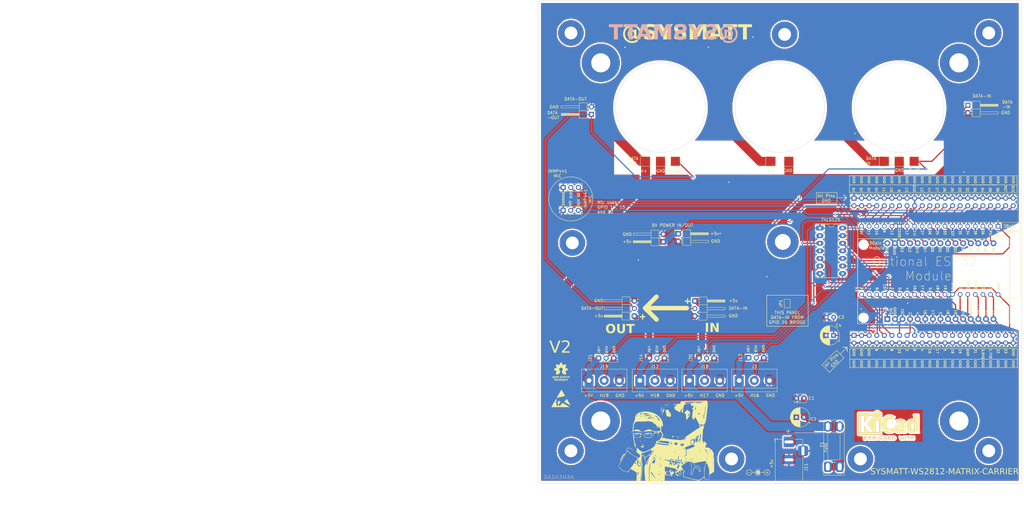
<source format=kicad_pcb>
(kicad_pcb (version 20221018) (generator pcbnew)
  (layers (0 "F.Cu" signal) (31 "B.Cu" signal) (34 "B.Paste" user) (35 "F.Paste" user) (36 "B.SilkS" user "B.Silkscreen") (37 "F.SilkS" user "F.Silkscreen") (38 "B.Mask" user) (39 "F.Mask" user) (44 "Edge.Cuts" user))
  (net 0 "")
  (net 1 "GND")
  (net 2 "/D-OUT")
  (net 3 "/D-IN")
  (net 4 "/V+")
  (net 5 "/3V3")
  (net 6 "/INMP441-SCK")
  (net 7 "/INMP441-WS")
  (net 8 "/INMP441-SD")
  (net 9 "/V+PREFUSE")
  (net 10 "/H_GPIO16")
  (net 11 "/CMD")
  (net 12 "/SD3")
  (net 13 "/SD2")
  (net 14 "/GPIO13")
  (net 15 "/GPIO12")
  (net 16 "/GPIO27")
  (net 17 "/GPIO26")
  (net 18 "/GPIO25")
  (net 19 "/GPIO33")
  (net 20 "/GPIO35")
  (net 21 "/GPIO34")
  (net 22 "/GPIO39")
  (net 23 "/GPIO36")
  (net 24 "/RST")
  (net 25 "/H_GPIO18")
  (net 26 "/CLK")
  (net 27 "/SD0")
  (net 28 "/SD1")
  (net 29 "/GPIO2")
  (net 30 "/GPIO0")
  (net 31 "/GPIO4")
  (net 32 "/GPIO16")
  (net 33 "/GPIO17")
  (net 34 "/GPIO5")
  (net 35 "/GPIO18")
  (net 36 "/GPIO19")
  (net 37 "/GPIO21")
  (net 38 "/RXD0")
  (net 39 "/TXD0")
  (net 40 "/GPIO22")
  (net 41 "/GPIO23")
  (net 42 "/H_GPIO17")
  (net 43 "/H_GPIO19")
  (footprint "Capacitor_THT:C_Disc_D3.8mm_W2.6mm_P2.50mm" (layer "F.Cu") (at 108.077 152.4 180)
    (fp_text reference "C1")
    (fp_text value "C")
  )
  (footprint "MountingHole:MountingHole_6.4mm_M6_Pad" (layer "F.Cu") (at 160 40)
    (fp_text reference "REF**" hide)
    (fp_text value "MountingHole_6.4mm_M6_Pad")
  )
  (footprint "MountingHole:MountingHole_4.3mm_M4_Pad" (layer "F.Cu") (at 101.6 30.48)
    (fp_text reference "REF**" hide)
    (fp_text value "MountingHole_4.3mm_M4_Pad")
  )
  (footprint "Symbol:Symbol_Barrel_Polarity" (layer "F.Cu") (at 92.71 177.165)
    (fp_text reference "REF**" hide)
    (fp_text value "Symbol_Barrel_Polarity")
  )
  (footprint "TestPoint:TestPoint_Pad_3.0x3.0mm" (layer "F.Cu") (at 55 73)
    (fp_text reference "TP1" hide)
    (fp_text value "V+")
  )
  (footprint "Symbol:OSHW-Logo_5.7x6mm_SilkScreen" (layer "F.Cu") (at 26.67 143.51)
    (fp_text reference "REF**" hide)
    (fp_text value "OSHW-Logo_5.7x6mm_SilkScreen" hide)
  )
  (footprint "Connector_PinHeader_2.54mm:PinHeader_1x02_P2.54mm_Horizontal" (layer "F.Cu") (at 163.011 54.224)
    (fp_text reference "J1" hide)
    (fp_text value "D-IN (NO POWER)")
  )
  (footprint "Connector_PinSocket_2.54mm:PinSocket_2x22_P2.54mm_Vertical" (layer "F.Cu") (at 124.841 85.344 90)
    (fp_text reference "J10" hide)
    (fp_text value "Conn_02x22_Odd_Even")
  )
  (footprint "Connector_PinSocket_2.54mm:PinSocket_1x03_P2.54mm_Vertical" (layer "F.Cu") (at 27.386409 89.433 90)
    (fp_text reference "J16" hide)
    (fp_text value "INMP441-LR-WS-SCK" hide)
  )
  (footprint "Connector_PinSocket_2.54mm:PinSocket_1x03_P2.54mm_Vertical" (layer "F.Cu") (at 89.535 138.811 90)
    (fp_text reference "J13")
    (fp_text value "OUT16")
  )
  (footprint "TestPoint:TestPoint_Pad_3.0x3.0mm" (layer "F.Cu") (at 135 73)
    (fp_text reference "TP6" hide)
    (fp_text value "V+")
  )
  (footprint "Capacitor_THT:CP_Radial_D6.3mm_P2.50mm" (layer "F.Cu") (at 117.983 131.318 180)
    (fp_text reference "C4")
    (fp_text value "C_Polarized" hide)
  )
  (footprint "TerminalBlock:TerminalBlock_bornier-3_P5.08mm" (layer "F.Cu") (at 36.068 146.431)
    (fp_text reference "J19")
    (fp_text value "Screw_Terminal_01x03")
  )
  (footprint "Connector_BarrelJack:BarrelJack_Horizontal" (layer "F.Cu") (at 103.0425 167 90)
    (fp_text reference "J11")
    (fp_text value "V-IN")
  )
  (footprint "Connector_PinSocket_2.54mm:PinSocket_1x03_P2.54mm_Vertical" (layer "F.Cu") (at 27.416409 81.763 90)
    (fp_text reference "J15" hide)
    (fp_text value "INMP441-GND-VDD-SD" hide)
  )
  (footprint "Connector_PinHeader_2.54mm:PinHeader_1x02_P2.54mm_Horizontal" (layer "F.Cu") (at 60.96 99.949 180)
    (fp_text reference "J7" hide)
    (fp_text value "POWER")
  )
  (footprint "TestPoint:TestPoint_Pad_3.0x3.0mm" (layer "F.Cu") (at 103 73)
    (fp_text reference "TP5" hide)
    (fp_text value "GND")
  )
  (footprint "Jumper:SolderJumper-2_P1.3mm_Open_TrianglePad1.0x1.5mm" (layer "F.Cu") (at 102.489 120.65 90)
    (fp_text reference "JP1")
    (fp_text value "Jumper_2_Open")
  )
  (footprint "Connector_PinHeader_2.54mm:PinHeader_1x03_P2.54mm_Horizontal" (layer "F.Cu") (at 51.259 124.839 180)
    (fp_text reference "J9" hide)
    (fp_text value "D-OUT")
  )
  (footprint "Package_DIP:DIP-14_W7.62mm_Socket_LongPads" (layer "F.Cu") (at 113.411 95.377)
    (fp_text reference "U3" hide)
    (fp_text value "74LS125")
  )
  (footprint "Capacitor_THT:CP_Radial_D6.3mm_P2.50mm" (layer "F.Cu") (at 108.037 158.75 180)
    (fp_text reference "C2")
    (fp_text value "C_Polarized" hide)
  )
  (footprint "MountingHole:MountingHole_6.4mm_M6_Pad" (layer "F.Cu") (at 40 40)
    (fp_text reference "REF**" hide)
    (fp_text value "MountingHole_6.4mm_M6_Pad")
  )
  (footprint "MountingHole:MountingHole_4.3mm_M4_Pad" (layer "F.Cu") (at 170 170)
    (fp_text reference "REF**" hide)
    (fp_text value "MountingHole_4.3mm_M4_Pad")
  )
  (footprint "SSYMATT-LIB7:Ebay-Fuse-holder-04mmX15mm-black-auto-fuse-dingus" (layer "F.Cu") (at 116.06 175.335 90)
    (fp_text reference "F1")
    (fp_text value "Fuse")
  )
  (footprint "MountingHole:MountingHole_4.3mm_M4_Pad" (layer "F.Cu") (at 83.82 172.72)
    (fp_text reference "REF**" hide)
    (fp_text value "MountingHole_4.3mm_M4_Pad")
  )
  (footprint "Connector_PinHeader_2.54mm:PinHeader_1x02_P2.54mm_Horizontal" (layer "F.Cu") (at 65.983 97.277)
    (fp_text reference "J5" hide)
    (fp_text value "POWER")
  )
  (footprint "Connector_PinHeader_2.54mm:PinHeader_1x02_P2.54mm_Horizontal" (layer "F.Cu") (at 36.887 57.282 180)
    (fp_text reference "J2" hide)
    (fp_text value "D-OUT (NO POWER)")
  )
  (footprint "TerminalBlock:TerminalBlock_bornier-3_P5.08mm" (layer "F.Cu") (at 86.36 146.431)
    (fp_text reference "J3")
    (fp_text value "Screw_Terminal_01x03")
  )
  (footprint "MountingHole:MountingHole_4.3mm_M4_Pad" (layer "F.Cu") (at 127 172.72)
    (fp_text reference "REF**" hide)
    (fp_text value "MountingHole_4.3mm_M4_Pad")
  )
  (footprint "Connector_PinSocket_2.54mm:PinSocket_1x03_P2.54mm_Vertical" (layer "F.Cu") (at 56.261 138.938 90)
    (fp_text reference "J14")
    (fp_text value "OUT18")
  )
  (footprint "MountingHole:MountingHole_4.3mm_M4_Pad" (layer "F.Cu") (at 170 30)
    (fp_text reference "REF**" hide)
    (fp_text value "MountingHole_4.3mm_M4_Pad")
  )
  (footprint "MountingHole:MountingHole_5.3mm_M5_Pad" (layer "F.Cu") (at 101 100)
    (fp_text reference "REF**" hide)
    (fp_text value "MountingHole_5.3mm_M5_Pad")
  )
  (footprint "TestPoint:TestPoint_Pad_3.0x3.0mm" (layer "F.Cu") (at 65 73)
    (fp_text reference "TP2" hide)
    (fp_text value "D-OUT")
  )
  (footprint "SSYMATT-LIB7:MODULE_ESP32_DEVKIT_V1-no-ant-keepout" (layer "F.Cu") (at 151.531999 113.157 90)
    (fp_text reference "U1" hide)
    (fp_text value "ESP32-DEVKIT-V1")
  )
  (footprint "Symbol:KiCad-Logo2_8mm_Copper" (layer "F.Cu") (at 136.398 160.654999)
    (fp_text reference "REF**" hide)
    (fp_text value "KiCad-Logo2_8mm_Copper" hide)
  )
  (footprint "TerminalBlock:TerminalBlock_bornier-3_P5.08mm" (layer "F.Cu") (at 69.723 146.431)
    (fp_text reference "J18")
    (fp_text value "Screw_Terminal_01x03")
  )
  (footprint "Connector_PinSocket_2.54mm:PinSocket_1x03_P2.54mm_Vertical" (layer "F.Cu") (at 39.243 138.938 90)
    (fp_text reference "J21")
    (fp_text value "OUT19")
  )
  (footprint "MountingHole:MountingHole_6.4mm_M6_Pad" (layer "F.Cu") (at 160 160)
    (fp_text reference "REF**" hide)
    (fp_text value "MountingHole_6.4mm_M6_Pad")
  )
  (footprint "Capacitor_THT:C_Disc_D3.8mm_W2.6mm_P2.50mm" (layer "F.Cu") (at 118.023 125.222 180)
    (fp_text reference "C3")
    (fp_text value "C")
  )
  (footprint "Connector_PinSocket_2.54mm:PinSocket_2x22_P2.54mm_Vertical" (layer "F.Cu") (at 124.841 131.318 90)
    (fp_text reference "J17" hide)
    (fp_text value "Conn_02x22_Odd_Even")
  )
  (footprint "TestPoint:TestPoint_Pad_3.0x3.0mm" (layer "F.Cu") (at 97 73)
    (fp_text reference "TP4" hide)
    (fp_text value "V+")
  )
  (footprint "MountingHole:MountingHole_4.3mm_M4_Pad" (layer "F.Cu") (at 30 170)
    (fp_text reference "REF**" hide)
    (fp_text value "MountingHole_4.3mm_M4_Pad")
  )
  (footprint "Connector_PinSocket_2.54mm:PinSocket_1x03_P2.54mm_Vertical" (layer "F.Cu") (at 72.898 138.938 90)
    (fp_text reference "J20")
    (fp_text value "OUT17")
  )
  (footprint "00-SYSMATT-LIB-IMAGES:sysmatt-dumpster-fire-fsilk" (layer "F.Cu") (at 61.129019 163.745451)
    (fp_text reference "G***" hide)
    (fp_text value "." hide)
  )
  (footprint "Symbol:ESD-Logo_6.6x6mm_SilkScreen" (layer "F.Cu") (at 26.67 152.4)
    (fp_text reference "REF**" hide)
    (fp_text value "ESD-Logo_6.6x6mm_SilkScreen" hide)
  )
  (footprint "TestPoint:TestPoint_Pad_3.0x3.0mm" (layer "F.Cu") (at 60 73)
    (fp_text reference "TP3" hide)
    (fp_text value "GND")
  )
  (footprint "TestPoint:TestPoint_Pad_3.0x3.0mm" (layer "F.Cu") (at 140 73)
    (fp_text reference "TP8" hide)
    (fp_text value "GND")
  )
  (footprint "MountingHole:MountingHole_4.3mm_M4_Pad" (layer "F.Cu") (at 30 30)
    (fp_text reference "REF**" hide)
    (fp_text value "MountingHole_4.3mm_M4_Pad")
  )
  (footprint "lib:MODULE_ESP32-DEVKITC-32D-CORRECTED-WIDTH-NARROW" (layer "F.Cu") (at 153.340999 107.442 -90)
    (fp_text reference "U2" hide)
    (fp_text value "ESP32-DEVKITC-32D")
  )
  (footprint "MountingHole:MountingHole_4.3mm_M4_Pad" (layer "F.Cu") (at 30.48 100.33)
    (fp_text reference "REF**" hide)
    (fp_text value "MountingHole_4.3mm_M4_Pad")
  )
  (footprint "Symbol:KiCad-Logo2_8mm_SilkScreen" (layer "F.Cu") (at 136.398 160.654999)
    (fp_text reference "REF**" hide)
    (fp_text value "KiCad-Logo2_8mm_SilkScreen" hide)
  )
  (footprint "TestPoint:TestPoint_Pad_3.0x3.0mm" (layer "F.Cu") (at 145 73)
    (fp_text reference "TP7" hide)
    (fp_text value "D-IN")
  )
  (footprint "Connector_PinHeader_2.54mm:PinHeader_1x03_P2.54mm_Horizontal" (layer "F.Cu") (at 71.509 119.789)
    (fp_text reference "J8" hide)
    (fp_text value "D-IN")
  )
  (footprint "MountingHole:MountingHole_6.4mm_M6_Pad" (layer "F.Cu") (at 40 160)
    (fp_text reference "REF**" hide)
    (fp_text value "MountingHole_6.4mm_M6_Pad")
  )
  (footprint "TerminalBlock:TerminalBlock_bornier-3_P5.08mm" (layer "F.Cu") (at 53.086 146.431)
    (fp_text reference "J12")
    (fp_text value "Screw_Terminal_01x03")
  )
  (footprint "SSYMATT-LIB7:JLCJLCJLCJLC Silk Order Number Location" (layer "B.Cu") (at 26.035 178.689 180)
    (fp_text reference "REF**" hide)
    (fp_text value "JLCJLCJLCJLC Silk Order Number Location" hide)
  )
  (gr_line (start 121.118159 135.255) (end 122.375395 135.434605) (stroke (width 0.15)) (layer "F.SilkS"))
  (gr_line (start 121.412 86.233) (end 122.174 85.217) (stroke (width 0.15)) (layer "F.SilkS"))
  (gr_line (start 112.268 83.439) (end 119.126 83.439) (stroke (width 0.15)) (layer "F.SilkS"))
  (gr_line (start 119.126 85.217) (end 122.428 85.217) (stroke (width 0.15)) (layer "F.SilkS"))
  (gr_line (start 179.578 142.113) (end 179.578 135.763) (stroke (width 0.15)) (layer "F.SilkS"))
  (gr_line (start 122.555 136.691841) (end 122.375395 135.434605) (stroke (width 0.15)) (layer "F.SilkS"))
  (gr_line (start 123.571 139.319) (end 179.578 139.319) (stroke (width 0.15)) (layer "F.SilkS"))
  (gr_line (start 179.451 83.439) (end 179.451 80.899) (stroke (width 0.15)) (layer "F.SilkS"))
  (gr_line (start 116.628031 143.696441) (end 114.113559 141.181969) (stroke (width 0.15)) (layer "F.SilkS"))
  (gr_line (start 123.444 135.763) (end 123.444 142.113) (stroke (width 0.15)) (layer "F.SilkS"))
  (gr_line (start 118.962898 136.332631) (end 121.477369 138.847102) (stroke (width 0.15)) (layer "F.SilkS"))
  (gr_line (start 119.126 86.995) (end 112.268 86.995) (stroke (width 0.15)) (layer "F.SilkS"))
  (gr_line (start 54.864 122.174) (end 58.674 125.984) (stroke (width 1.5)) (layer "F.SilkS"))
  (gr_line (start 122.428 85.217) (end 121.412 84.201) (stroke (width 0.15)) (layer "F.SilkS"))
  (gr_line (start 123.317 77.851) (end 123.317 83.439) (stroke (width 0.15)) (layer "F.SilkS"))
  (gr_line (start 179.451 77.851) (end 123.317 77.851) (stroke (width 0.15)) (layer "F.SilkS"))
  (gr_line (start 119.126 83.439) (end 119.126 86.995) (stroke (width 0.15)) (layer "F.SilkS"))
  (gr_line (start 179.451 80.899) (end 163.957 80.899) (stroke (width 0.15)) (layer "F.SilkS"))
  (gr_line (start 123.317 83.439) (end 179.451 83.439) (stroke (width 0.15)) (layer "F.SilkS"))
  (gr_line (start 120.220133 137.589867) (end 122.555 135.255) (stroke (width 0.15)) (layer "F.SilkS"))
  (gr_line (start 121.412 84.201) (end 122.174 85.217) (stroke (width 0.15)) (layer "F.SilkS"))
  (gr_line (start 122.555 135.255) (end 122.555 136.691841) (stroke (width 0.15)) (layer "F.SilkS"))
  (gr_line (start 122.428 85.217) (end 121.412 86.233) (stroke (width 0.15)) (layer "F.SilkS"))
  (gr_circle (center 29.941409 85.598) (end 37.053409 83.566) (stroke (width 0.15)) (fill none) (layer "F.SilkS"))
  (gr_line (start 114.113559 141.181969) (end 118.962898 136.332631) (stroke (width 0.15)) (layer "F.SilkS"))
  (gr_line (start 179.451 80.899) (end 179.451 77.851) (stroke (width 0.15)) (layer "F.SilkS"))
  (gr_line (start 123.444 142.113) (end 179.578 142.113) (stroke (width 0.15)) (layer "F.SilkS"))
  (gr_line (start 58.674 118.364) (end 54.864 122.174) (stroke (width 0.15)) (layer "F.SilkS"))
  (gr_line (start 112.268 86.995) (end 112.268 83.439) (stroke (width 0.15)) (layer "F.SilkS"))
  (gr_line (start 121.477369 138.847102) (end 116.628031 143.696441) (stroke (width 0.15)) (layer "F.SilkS"))
  (gr_line (start 123.317 80.899) (end 172.593 80.899) (stroke (width 0.15)) (layer "F.SilkS"))
  (gr_rect (start 95.631 117.856) (end 109.474 128.27) (stroke (width 0.15)) (fill none) (layer "F.SilkS"))
  (gr_line (start 179.578 135.763) (end 123.444 135.763) (stroke (width 0.15)) (layer "F.SilkS"))
  (gr_line (start 68.834 122.174) (end 54.864 122.174) (stroke (width 1.5)) (layer "F.SilkS"))
  (gr_line (start 122.555 135.255) (end 121.118159 135.255) (stroke (width 0.15)) (layer "F.SilkS"))
  (gr_line (start 54.864 122.174) (end 58.674 118.364) (stroke (width 1.5)) (layer "F.SilkS"))
  (gr_arc (start 19 20) (mid 19.292893 19.292893) (end 20 19) (stroke (width 0.1)) (layer "Edge.Cuts"))
  (gr_line (start 20 181) (end 180 181) (stroke (width 0.1)) (layer "Edge.Cuts"))
  (gr_arc (start 20 181) (mid 19.292893 180.707107) (end 19 180) (stroke (width 0.1)) (layer "Edge.Cuts"))
  (gr_line (start 181 180) (end 181 20) (stroke (width 0.1)) (layer "Edge.Cuts"))
  (gr_circle (center 60 55) (end 75 55) (stroke (width 0.1)) (fill none) (layer "Edge.Cuts"))
  (gr_circle (center 140 55) (end 155 55) (stroke (width 0.1)) (fill none) (layer "Edge.Cuts"))
  (gr_arc (start 180 19) (mid 180.707107 19.292893) (end 181 20) (stroke (width 0.1)) (layer "Edge.Cuts"))
  (gr_arc (start 181 180) (mid 180.707107 180.707107) (end 180 181) (stroke (width 0.1)) (layer "Edge.Cuts"))
  (gr_line (start 180 19) (end 20 19) (stroke (width 0.1)) (layer "Edge.Cuts"))
  (gr_line (start 19 20) (end 19 180) (stroke (width 0.1)) (layer "Edge.Cuts"))
  (gr_circle (center 100 55) (end 115 55) (stroke (width 0.1)) (fill none) (layer "Edge.Cuts"))
  (gr_text "@SYSMATT" (at 86.36 33.02) (layer "B.SilkS") (effects (font (size 5 5) (thickness 1) bold) (justify left bottom mirror)))
  (gr_text "3V3" (at 30.449409 85.598 90) (layer "F.SilkS") (effects (font (size 0.75 0.75)) (justify left bottom)))
  (gr_text "38pin\nModule" (at 174.752 96.901) (layer "F.SilkS") (effects (font (size 1 1)) (justify left bottom)))
  (gr_text "+5V   H16   GND" (at 91.567 152.019) (layer "F.SilkS") (effects (font (size 1 1)) (justify bottom)))
  (gr_text "INMP441\nMIC" (at 37.053409 85.598 90) (layer "F.SilkS") (effects (font (size 1 1)) (justify bottom)))
  (gr_text "SCK" (at 32.989409 87.884 90) (layer "F.SilkS") (effects (font (size 0.75 0.75)) (justify left bottom)))
  (gr_text "All Pins\nGND" (at 115.57 86.741) (layer "F.SilkS") (effects (font (size 1 1)) (justify bottom)))
  (gr_text "GND" (at 47.244 98.044) (layer "F.SilkS") (effects (font (size 1 1)) (justify left bottom)))
  (gr_text "SYSMATT-WS2812-MATRIX-CARRIER" (at 130.302 178.181) (layer "F.SilkS") (effects (font (size 2 2)) (justify left bottom)))
  (gr_text "V+    GND" (at 95.885 76.708) (layer "F.SilkS") (effects (font (size 1 1)) (justify left bottom)))
  (gr_text "RST\n\n36\n\n39\n\n34\n\n35\n\n32i\n\n33\n\n25\n\n26\n\n27\n\n14i\n\n12\n\n13\n\nGND\n\n5V\n" (at 135.382 101.854 270) (layer "F.SilkS") (effects (font (size 0.79 0.79)) (justify left bottom)))
  (gr_text "GND" (at 27.909409 85.598 90) (layer "F.SilkS") (effects (font (size 0.75 0.75)) (justify left bottom)))
  (gr_text "3V3\n\nRST\n\n36\n\n39\n\n34\n\n35\n\n32\n\n33\n\n25\n\n26\n\n27\n\n14\n\n12\n\nGND\n\n13\n\n9\n\n10\n\n11\n\n5V\n\n5V\n\n5V\n\n5V" (at 124.206 83.312 270) (layer "F.SilkS") (effects (font (size 0.79 0.79)) (justify right bottom)))
  (gr_text "@SYSMATT" (at 46.99 33.02) (layer "F.SilkS") (effects (font (size 5 5) (thickness 1) bold) (justify left bottom)))
  (gr_text "GND\n\nGND\n\nGND\n\nGND\n\nGND\n\nGND\n\nGND\n\nGND\n\nGND\n\nGND\n\nGND\n\nGND\n\nGND\n\nGND\n\nGND\n\nGND\n\nGND\n\nGND\n\nGND\n\nGND\n\nGND\n\nGND" (at 124.333 80.518 270) (layer "F.SilkS") (effects (font (size 0.79 0.79)) (justify right bottom)))
  (gr_text "DATA-OUT" (at 33.274 122.809) (layer "F.SilkS") (effects (font (size 1 1)) (justify left bottom)))
  (gr_text "+5v" (at 47.244 100.457) (layer "F.SilkS") (effects (font (size 1 1)) (justify left bottom)))
  (gr_text "+" (at 52.529 126.109) (layer "F.SilkS") (effects (font (size 2 2) (thickness 0.4) bold) (justify left bottom)))
  (gr_text "GND\n\nH16\n\n+5V" (at 88.9 137.033 270) (layer "F.SilkS") (effects (font (size 0.79 0.79)) (justify right bottom)))
  (gr_text "GND" (at 27.909409 87.884 90) (layer "F.SilkS") (effects (font (size 0.75 0.75)) (justify left bottom)))
  (gr_text "+5V   H19   GND" (at 41.148 152.019) (layer "F.SilkS") (effects (font (size 1 1)) (justify bottom)))
  (gr_text "GND\n\nH19\n\n+5V" (at 38.862 137.287 270) (layer "F.SilkS") (effects (font (size 0.79 0.79)) (justify right bottom)))
  (gr_text "GND\n\n23\n\n22\n\n1.TX0\n\n3.RX0\n\n21\n\nGND\n\n19\n\n18\n\n5\n\n17\n\n16\n\n4\n\n0\n\n2\n\n15\n\n8\n\n7\n\n6\n\nGND\n\nGND\n\nGND" (at 124.333 135.763 270) (layer "F.SilkS") (effects (font (size 0.79 0.79)) (justify left bottom)))
  (gr_text "5V POWER IN/OUT" (at 57.023 94.996) (layer "F.SilkS") (effects (font (size 1 1)) (justify left bottom)))
  (gr_text "INMP441\nMIC" (at 25.527 78.486) (layer "F.SilkS") (effects (font (size 1 1)) (justify bottom)))
  (gr_text "GND" (at 173.99 57.277) (layer "F.SilkS") (effects (font (size 1 1)) (justify left bottom)))
  (gr_text "+5v" (at 82.804 120.269) (layer "F.SilkS") (effects (font (size 1 1)) (justify left bottom)))
  (gr_text "+" (at 94.996 177.8) (layer "F.SilkS") (effects (font (size 1 1)) (justify left bottom)))
  (gr_text "DATA-OUT" (at 27.686 52.705) (layer "F.SilkS") (effects (font (size 1 1)) (justify left bottom)))
  (gr_text "GND\n\nH17\n\n+5V" (at 72.39 137.16 270) (layer "F.SilkS") (effects (font (size 0.79 0.79)) (justify right bottom)))
  (gr_text "GND\n\n23\n\n22\n\n1.TX0\n\n3.RX0\n\n21\n\nGND\n\n19\n\n18\n\n5\n\n17\n\n16\n\n4\n\n0\n\n2\n\n15i\n\n8\n\n7\n\n6" (at 127 116.078 270) (layer "F.SilkS") (effects (font (size 0.79 0.79)) (justify right bottom)))
  (gr_text "DATA-IN" (at 82.804 122.809) (layer "F.SilkS") (effects (font (size 1 1)) (justify left bottom)))
  (gr_text "All Pins\nGND" (at 118.783292 141.181969 45) (layer "F.SilkS") (effects (font (size 1 1)) (justify bottom)))
  (gr_text "IN" (at 74.803 130.683) (layer "F.SilkS") (effects (font (size 3 3)) (justify left bottom)))
  (gr_text "GND\n\nH18\n\n+5V" (at 55.753 137.16 270) (layer "F.SilkS") (effects (font (size 0.79 0.79)) (justify right bottom)))
  (gr_text "+5v" (at 76.581 97.79) (layer "F.SilkS") (effects (font (size 1 1)) (justify left bottom)))
  (gr_text "DATA\n-OUT" (at 21.971 58.928) (layer "F.SilkS") (effects (font (size 1 1)) (justify left bottom)))
  (gr_text "GND" (at 37.719 120.269) (layer "F.SilkS") (effects (font (size 1 1)) (justify left bottom)))
  (gr_text "DATA-IN" (at 164.465 51.689) (layer "F.SilkS") (effects (font (size 1 1)) (justify left bottom)))
  (gr_text "V+    GND D-OUT" (at 53.34 76.835) (layer "F.SilkS") (effects (font (size 1 1)) (justify left bottom)))
  (gr_text "GND" (at 82.804 125.349) (layer "F.SilkS") (effects (font (size 1 1)) (justify left bottom)))
  (gr_text "THIS PANEL\nDATA-IN FROM\nGPIO 16 BRIDGE" (at 102.489 127.508) (layer "F.SilkS") (effects (font (size 1 1)) (justify bottom)))
  (gr_text "+5v" (at 37.719 125.349) (layer "F.SilkS") (effects (font (size 1 1)) (justify left bottom)))
  (gr_text "GND" (at 22.733 55.372) (layer "F.SilkS") (effects (font (size 1 1)) (justify left bottom)))
  (gr_text "30pin \nModule" (at 129.794 102.616) (layer "F.SilkS") (effects (font (size 1 1)) (justify left bottom)))
  (gr_text "+" (at 101.5 164.5) (layer "F.SilkS") (effects (font (size 2 2)) (justify left bottom)))
  (gr_text "V+    GND  D-IN" (at 133.35 76.581) (layer "F.SilkS") (effects (font (size 1 1)) (justify left bottom)))
  (gr_text "+5V   H17   GND" (at 74.676 152.019) (layer "F.SilkS") (effects (font (size 1 1)) (justify bottom)))
  (gr_text "V2" (at 22.733 137.795) (layer "F.SilkS") (effects (font (size 4 4)) (justify left bottom)))
  (gr_text "GND\n\nGND\n\nGND\n\nGND\n\nGND\n\nGND\n\nGND\n\nGND\n\nGND\n\nGND\n\nGND\n\nGND\n\nGND\n\nGND\n\nGND\n\nGND\n\nGND\n\nGND\n\nGND\n\nGND\n\nGND\n\nGND" (at 124.333 142.113 270) (layer "F.SilkS") (effects (font (size 0.79 0.79)) (justify right bottom)))
  (gr_text "+5V   H18   GND" (at 58.166 152.019) (layer "F.SilkS") (effects (font (size 1 1)) (justify bottom)))
  (gr_text "Mic uses\nGPIO 14, 15\nand 32" (at 38.735 90.551) (layer "F.SilkS") (effects (font (size 1 1)) (justify left bottom)))
  (gr_text "SD" (at 32.989409 85.09 90) (layer "F.SilkS") (effects (font (size 0.75 0.75)) (justify left bottom)))
  (gr_text "WS" (at 30.195409 87.884 90) (layer "F.SilkS") (effects (font (size 0.75 0.75)) (justify left bottom)))
  (gr_text "DATA\nOUT" (at 49 74.25) (layer "F.SilkS") (effects (font (size 1 1)) (justify left bottom)))
  (gr_text "GND" (at 76.835 100.33) (layer "F.SilkS") (effects (font (size 1 1)) (justify left bottom)))
  (gr_text "DATA\nIN" (at 128.75 74.25) (layer "F.SilkS") (effects (font (size 1 1)) (justify left bottom)))
  (gr_text "Optional ESP32 \nModule" (at 149.733 113.157) (layer "F.SilkS") (effects (font (size 3 3)) (justify bottom)))
  (gr_text "-" (at 88.9 177.8) (layer "F.SilkS") (effects (font (size 1 1)) (justify left bottom)))
  (gr_text "DATA\n-IN" (at 174.371 55.372) (layer "F.SilkS") (effects (font (size 1 1)) (justify left bottom)))
  (gr_text "23\n\n22\n\n1.TX0\n\n3.RX0\n\n21\n\n19\n\n18\n\n5\n\n17\n\n16\n\n4\n\n2\n\n15i\n\nGND\n3V3" (at 136.779 124.333 270) (layer "F.SilkS") (effects (font (size 0.79 0.79)) (justify right bottom)))
  (gr_text "3V3\n\nRST\n\n36\n\n39\n\n34\n\n35\n\n32i\n\n33\n\n25\n\n26\n\n27\n\n14i\n\n12\n\nGND\n\n13\n\n9\n\n10\n\n11\n\n5V\n" (at 126.873 96.012 270) (layer "F.SilkS") (effects (font (size 0.79 0.79)) (justify left bottom)))
  (gr_text "+" (at 67.564 120.904) (layer "F.SilkS") (effects (font (size 2 2) (thickness 0.4) bold) (justify left bottom)))
  (gr_text "+5v" (at 97.79 175.895 90) (layer "F.SilkS") (effects (font (size 1 1)) (justify left bottom)))
  (gr_text "OUT" (at 41.529 131.064) (layer "F.SilkS") (effects (font (size 3 3)) (justify left bottom)))
  (segment (start 77.978 138.938) (end 77.978 141.605) (width 2) (layer "F.Cu") (net 1))
  (segment (start 103 78.737) (end 125.095 78.737) (width 3) (layer "F.Cu") (net 1))
  (segment (start 117.348 108.458) (end 115.189 110.617) (width 0.4) (layer "F.Cu") (net 1))
  (segment (start 94.615 138.811) (end 94.615 142.24) (width 2) (layer "F.Cu") (net 1))
  (segment (start 79.883 143.51) (end 79.375 143.002) (width 3) (layer "F.Cu") (net 1))
  (segment (start 145.161 88.558913) (end 145.161 87.884) (width 0.4) (layer "F.Cu") (net 1))
  (segment (start 103.886 152.273) (end 103.886 147.066) (width 3) (layer "F.Cu") (net 1))
  (segment (start 79.883 146.431) (end 79.883 143.51) (width 3) (layer "F.Cu") (net 1))
  (segment (start 51.259 116.889) (end 56.388 111.76) (width 2) (layer "F.Cu") (net 1))
  (segment (start 71.374 31.877) (end 74.295 34.798) (width 0.4) (layer "F.Cu") (net 1))
  (segment (start 63.246 146.431) (end 63.246 143.383) (width 3) (layer "F.Cu") (net 1))
  (segment (start 176.956999 130.093999) (end 178.181 131.318) (width 0.4) (layer "F.Cu") (net 1))
  (segment (start 115.951 133.858) (end 115.483 133.39) (width 0.4) (layer "F.Cu") (net 1))
  (segment (start 63.119 111.76) (end 65.659 111.76) (width 3) (layer "F.Cu") (net 1))
  (segment (start 103.0425 173) (end 104.7425 173) (width 3) (layer "F.Cu") (net 1))
  (segment (start 63.733 98.222) (end 63.733 99.527) (width 2) (layer "F.Cu") (net 1))
  (segment (start 27.386409 89.433) (end 25.58 91.239409) (width 0.4) (layer "F.Cu") (net 1))
  (segment (start 113.411 102.997) (end 116.205 102.997) (width 0.4) (layer "F.Cu") (net 1))
  (segment (start 103.886 147.066) (end 103.886 141.732) (width 3) (layer "F.Cu") (net 1))
  (segment (start 37.465 168.91) (end 62.611 168.91) (width 0.4) (layer "F.Cu") (net 1))
  (segment (start 115.189 95.377) (end 117.348 97.536) (width 0.4) (layer "F.Cu") (net 1))
  (segment (start 104.013 152.4) (end 103.886 152.273) (width 2) (layer "F.Cu") (net 1))
  (segment (start 44.323 140.97) (end 46.482 143.129) (width 2) (layer "F.Cu") (net 1))
  (segment (start 46.482 143.129) (end 46.228 143.383) (width 3) (layer "F.Cu") (net 1))
  (segment (start 50.292 143.002) (end 50.292 136.652) (width 3) (layer "F.Cu") (net 1))
  (segment (start 65.913 165.608) (end 84.328 165.608) (width 0.4) (layer "F.Cu") (net 1))
  (segment (start 63.733 99.527) (end 64.023 99.817) (width 2) (layer "F.Cu") (net 1))
  (segment (start 113.411 95.377) (end 115.189 95.377) (width 0.4) (layer "F.Cu") (net 1))
  (segment (start 117.729 97.917) (end 117.348 97.536) (width 0.4) (layer "F.Cu") (net 1))
  (segment (start 152.022 78.737) (end 138.814 78.737) (width 2) (layer "F.Cu") (net 1))
  (segment (start 116.84 103.632) (end 117.348 104.14) (width 0.4) (layer "F.Cu") (net 1))
  (segment (start 87.757 84.709) (end 64.262 84.709) (width 3) (layer "F.Cu") (net 1))
  (segment (start 84.328 165.608) (end 96.647 153.289) (width 0.4) (layer "F.Cu") (net 1))
  (segment (start 72.263 111.76) (end 87.757 96.266) (width 3) (layer "F.Cu") (net 1))
  (segment (start 125.095 78.737) (end 138.814 78.737) (width 3) (layer "F.Cu") (net 1))
  (segment (start 113.411 119.888) (end 113.792 120.269) (width 0.4) (layer "F.Cu") (net 1))
  (segment (start 95.377 143.002) (end 79.375 143.002) (width 3) (layer "F.Cu") (net 1))
  (segment (start 94.615 142.24) (end 95.377 143.002) (width 2) (layer "F.Cu") (net 1))
  (segment (start 65.659 111.76) (end 72.263 111.76) (width 3) (layer "F.Cu") (net 1))
  (segment (start 163.011 56.764) (end 163.011 67.748) (width 2) (layer "F.Cu") (net 1))
  (segment (start 54.864 31.877) (end 71.374 31.877) (width 0.4) (layer "F.Cu") (net 1))
  (segment (start 29.308 126.122326) (end 29.308 118.375326) (width 3) (layer "F.Cu") (net 1))
  (segment (start 140.080999 93.638914) (end 145.161 88.558913) (width 0.4) (layer "F.Cu") (net 1))
  (segment (start 79.375 143.002) (end 63.627 143.002) (width 3) (layer "F.Cu") (net 1))
  (segment (start 162.941 131.318) (end 162.941 133.858) (width 0.4) (layer "F.Cu") (net 1))
  (segment (start 121.031 97.917) (end 117.729 97.917) (width 0.4) (layer "F.Cu") (net 1))
  (segment (start 48.26 143.129) (end 46.482 143.129) (width 3) (layer "F.Cu") (net 1))
  (segment (start 96.52 146.431) (end 96.52 144.145) (width 3) (layer "F.Cu") (net 1))
  (segment (start 59.817 80.264) (end 60 80.081) (width 3) (layer "F.Cu") (net 1))
  (segment (start 44.323 138.938) (end 44.323 140.97) (width 2) (layer "F.Cu") (net 1))
  (segment (start 62.611 168.91) (end 65.913 165.608) (width 0.4) (layer "F.Cu") (net 1))
  (segment (start 97.79 169.497499) (end 97.79 164.846) (width 3) (layer "F.Cu") (net 1))
  (segment (start 92.583 31.369) (end 93.599 30.353) (width 0.4) (layer "F.Cu") (net 1))
  (segment (start 34.376674 131.191) (end 29.308 126.122326) (width 3) (layer "F.Cu") (net 1))
  (segment (start 116.205 102.997) (end 116.84 103.632) (width 0.4) (layer "F.Cu") (net 1))
  (segment (start 103.251 146.431) (end 96.52 146.431) (width 3) (layer "F.Cu") (net 1))
  (segment (start 97.028 84.709) (end 103 78.737) (width 3) (layer "F.Cu") (net 1))
  (segment (start 178.181 131.318) (end 178.181 133.858) (width 0.4) (layer "F.Cu") (net 1))
  (segment (start 163.011 67.748) (end 152.022 78.737) (width 2) (layer "F.Cu") (net 1))
  (segment (start 176.956999 121.458) (end 176.956999 130.093999) (width 0.4) (layer "F.Cu") (net 1))
  (segment (start 65.983 99.817) (end 65.983 111.436) (width 2) (layer "F.Cu") (net 1))
  (segment (start 61.341 138.938) (end 61.341 140.716) (width 2) (layer "F.Cu") (net 1))
  (segment (start 105.537 158.75) (end 103.886 158.75) (width 2) (layer "F.Cu") (net 1))
  (segment (start 63.246 143.383) (end 63.627 143.002) (width 3) (layer "F.Cu") (net 1))
  (segment (start 90.932 31.369) (end 92.583 31.369) (width 0.4) (layer "F.Cu") (net 1))
  (segment (start 97.79 164.846) (end 103.886 158.75) (width 3) (layer "F.Cu") (net 1))
  (segment (start 124.841 78.991) (end 125.095 78.737) (width 0.4) (layer "F.Cu") (net 1))
  (segment (start 138.814 78.737) (end 140 77.551) (width 3) (layer "F.Cu") (net 1))
  (segment (start 64.023 99.817) (end 65.983 99.817) (width 2) (layer "F.Cu") (net 1))
  (segment (start 65.983 111.436) (end 65.659 111.76) (width 2) (layer "F.Cu") (net 1))
  (segment (start 103.886 147.066) (end 103.251 146.431) (width 3) (layer "F.Cu") (net 1))
  (segment (start 25.58 91.387) (end 22.987 93.98) (width 0.4) (layer "F.Cu") (net 1))
  (segment (start 115.483 133.39) (end 115.483 131.318) (width 0.4) (layer "F.Cu") (net 1))
  (segment (start 61.341 140.716) (end 63.627 143.002) (width 2) (layer "F.Cu") (net 1))
  (segment (start 140.080999 94.742) (end 140.080999 93.638914) (width 0.4) (layer "F.Cu") (net 1))
  (segment (start 121.031 105.537) (end 118.745 105.537) (width 0.4) (layer "F.Cu") (net 1))
  (segment (start 27.416409 89.403) (end 27.386409 89.433) (width 0.4) (layer "F.Cu") (net 1))
  (segment (start 103.0425 173) (end 101.292501 173) (width 3) (layer "F.Cu") (net 1))
  (segment (start 25.58 91.239409) (end 25.58 91.387) (width 0.4) (layer "F.Cu") (net 1))
  (segment (start 64.262 84.709) (end 59.817 80.264) (width 3) (layer "F.Cu") (net 1))
  (segment (start 170.941999 115.443) (end 173.100999 117.602) (width 0.4) (layer "F.Cu") (net 1))
  (segment (start 117.348 97.536) (end 117.348 104.14) (width 0.4) (layer "F.Cu") (net 1))
  (segment (start 96.52 153.162) (end 96.52 146.431) (width 0.4) (layer "F.Cu") (net 1))
  (segment (start 66.703 124.869) (end 63.119 121.285) (width 2) (layer "F.Cu") (net 1))
  (segment (start 124.841 133.858) (end 115.951 133.858) (width 0.4) (layer "F.Cu") (net 1))
  (segment (start 96.52 144.145) (end 95.377 143.002) (width 3) (layer "F.Cu") (net 1))
  (segment (start 71.509 124.869) (end 66.703 124.869) (width 2) (layer "F.Cu") (net 1))
  (segment (start 113.411 110.617) (end 113.411 119.888) (width 0.4) (layer "F.Cu") (net 1))
  (segment (start 22.987 154.432) (end 37.465 168.91) (width 0.4) (layer "F.Cu") (net 1))
  (segment (start 103.886 158.75) (end 103.886 152.273) (width 3) (layer "F.Cu") (net 1))
  (segment (start 115.189 110.617) (end 113.411 110.617) (width 0.4) (layer "F.Cu") (net 1))
  (segment (start 35.923326 111.76) (end 56.388 111.76) (width 3) (layer "F.Cu") (net 1))
  (segment (start 103.886 141.732) (end 113.792 131.826) (width 3) (layer "F.Cu") (net 1))
  (segment (start 74.295 34.798) (end 76.073 34.798) (width 0.4) (layer "F.Cu") (net 1))
  (segment (start 51.259 119.759) (end 51.259 116.889) (width 2) (layer "F.Cu") (net 1))
  (segment (start 29.308 118.375326) (end 35.923326 111.76) (width 3) (layer "F.Cu") (net 1))
  (segment (start 48.641 143.002) (end 48.514 142.875) (width 3) (layer "F.Cu") (net 1))
  (segment (start 22.987 93.98) (end 22.987 154.432) (width 0.4) (layer "F.Cu") (net 1))
  (segment (start 50.292 136.652) (end 44.831 131.191) (width 3) (layer "F.Cu") (net 1))
  (segment (start 63.627 143.002) (end 50.292 143.002) (width 3) (layer "F.Cu") (net 1))
  (segment (start 145.161 85.344) (end 145.161 87.884) (width 0.4) (layer "F.Cu") (net 1))
  (segment (start 140 77.551) (end 140 73) (width 3) (layer "F.Cu") (net 1))
  (segment (start 178.181 133.858) (end 124.841 133.858) (width 0.4) (layer "F.Cu") (net 1))
  (segment (start 48.133 34.798) (end 51.943 34.798) (width 0.4) (layer "F.Cu") (net 1))
  (segment (start 56.388 111.76) (end 63.119 111.76) (width 3) (layer "F.Cu") (net 1))
  (segment (start 103 78.737) (end 103 73) (width 3) (layer "F.Cu") (net 1))
  (segment (start 60 80.081) (end 60 73) (width 3) (layer "F.Cu") (net 1))
  (segment (start 124.841 85.344) (end 124.841 78.991) (width 0.4) (layer "F.Cu") (net 1))
  (segment (start 51.943 34.798) (end 54.864 31.877) (width 0.4) (layer "F.Cu") (net 1))
  (segment (start 46.228 143.383) (end 46.228 146.431) (width 3) (layer "F.Cu") (net 1))
  (segment (start 77.978 141.605) (end 79.375 143.002) (width 2) (layer "F.Cu") (net 1))
  (segment (start 160.019999 115.443) (end 170.941999 115.443) (width 0.4) (layer "F.Cu") (net 1))
  (segment (start 87.757 96.266) (end 87.757 84.709) (width 3) (layer "F.Cu") (net 1))
  (segment (start 62.92 97.409) (end 63.733 98.222) (width 2) (layer "F.Cu") (net 1))
  (segment (start 124.841 85.344) (end 178.181 85.344) (width 0.4) (layer "F.Cu") (net 1))
  (segment (start 48.514 142.875) (end 48.26 143.129) (width 3) (layer "F.Cu") (net 1))
  (segment (start 87.757 84.709) (end 97.028 84.709) (width 3) (layer "F.Cu") (net 1))
  (segment (start 157.860999 117.602) (end 160.019999 115.443) (width 0.4) (layer "F.Cu") (net 1))
  (segment (start 173.100999 117.602) (end 176.956999 121.458) (width 0.4) (layer "F.Cu") (net 1))
  (segment (start 118.745 105.537) (end 116.84 103.632) (width 0.4) (layer "F.Cu") (net 1))
  (segment (start 27.416409 81.763) (end 27.416409 89.403) (width 0.4) (layer "F.Cu") (net 1))
  (segment (start 96.647 153.289) (end 96.52 153.162) (width 0.4) (layer "F.Cu") (net 1))
  (segment (start 44.831 131.191) (end 34.376674 131.191) (width 3) (layer "F.Cu") (net 1))
  (segment (start 104.7425 173) (end 107.7425 170) (width 3) (layer "F.Cu") (net 1))
  (segment (start 117.348 104.14) (end 117.348 108.458) (width 0.4) (layer "F.Cu") (net 1))
  (segment (start 60.96 97.409) (end 62.92 97.409) (width 2) (layer "F.Cu") (net 1))
  (segment (start 50.292 143.002) (end 48.641 143.002) (width 3) (layer "F.Cu") (net 1))
  (segment (start 63.119 121.285) (end 63.119 111.76) (width 2) (layer "F.Cu") (net 1))
  (segment (start 113.792 131.826) (end 113.792 120.269) (width 3) (layer "F.Cu") (net 1))
  (segment (start 105.577 152.4) (end 104.013 152.4) (width 2) (layer "F.Cu") (net 1))
  (segment (start 101.292501 173) (end 97.79 169.497499) (width 3) (layer "F.Cu") (net 1))
  (via (at 76.073 34.798) (size 0.8) (drill 0.4) (layers "F.Cu" "B.Cu") (net 1))
  (via (at 90.932 31.369) (size 0.8) (drill 0.4) (layers "F.Cu" "B.Cu") (net 1))
  (via (at 80.01 97.155) (size 0.8) (drill 0.4) (layers "F.Cu" "B.Cu") (net 1))
  (via (at 127.254 122.428) (size 0.8) (drill 0.4) (layers "F.Cu" "B.Cu") (net 1))
  (via (at 142.875 120.523) (size 0.8) (drill 0.4) (layers "F.Cu" "B.Cu") (net 1))
  (via (at 125.222 63.627) (size 0.8) (drill 0.4) (layers "F.Cu" "B.Cu") (net 1))
  (via (at 52.578 106.045) (size 0.8) (drill 0.4) (layers "F.Cu" "B.Cu") (net 1))
  (via (at 82.931 80.01) (size 0.8) (drill 0.4) (layers "F.Cu" "B.Cu") (net 1))
  (via (at 48.133 34.798) (size 0.8) (drill 0.4) (layers "F.Cu" "B.Cu") (net 1))
  (via (at 161.671 76.581) (size 0.8) (drill 0.4) (layers "F.Cu" "B.Cu") (net 1))
  (via (at 95.631 111.633) (size 0.8) (drill 0.4) (layers "F.Cu" "B.Cu") (net 1))
  (segment (start 162.809 56.764) (end 163.011 56.764) (width 0.4) (layer "B.Cu") (net 1))
  (segment (start 76.073 34.798) (end 86.995 34.798) (width 0.4) (layer "B.Cu") (net 1))
  (segment (start 36.887 54.742) (end 52.4185 39.2105) (width 0.4) (layer "B.Cu") (net 1))
  (segment (start 154.050999 121.412) (end 157.860999 117.602) (width 0.4) (layer "B.Cu") (net 1))
  (segment (start 142.239999 122.174) (end 152.273 122.174) (width 0.4) (layer "B.Cu") (net 1))
  (segment (start 152.019 41.918495) (end 161.561 51.460495) (width 0.4) (layer "B.Cu") (net 1))
  (segment (start 148.717 38.227) (end 152.019 41.529) (width 0.4) (layer "B.Cu") (net 1))
  (segment (start 138.556999 100.457) (end 140.080999 98.933) (width 0.4) (layer "B.Cu") (net 1))
  (segment (start 52.4185 39.2105) (end 48.133 34.925) (width 0.4) (layer "B.Cu") (net 1))
  (segment (start 153.035 121.412) (end 154.050999 121.412) (width 0.4) (layer "B.Cu") (net 1))
  (segment (start 52.4185 39.2105) (end 57.085 34.544) (width 0.4) (layer "B.Cu") (net 1))
  (segment (start 86.995 34.798) (end 87.376 35.179) (width 0.4) (layer "B.Cu") (net 1))
  (segment (start 90.932 31.623) (end 90.932 31.369) (width 0.4) (layer "B.Cu") (net 1))
  (segment (start 48.133 34.925) (end 48.133 34.798) (width 0.4) (layer "B.Cu") (net 1))
  (segment (start 152.273 122.174) (end 153.035 121.412) (width 0.4) (layer "B.Cu") (net 1))
  (segment (start 161.561 51.460495) (end 161.561 55.516) (width 0.4) (layer "B.Cu") (net 1))
  (segment (start 58.928 34.544) (end 62.611 38.227) (width 0.4) (layer "B.Cu") (net 1))
  (segment (start 152.019 41.529) (end 152.019 41.918495) (width 0.4) (layer "B.Cu") (net 1))
  (segment (start 87.376 35.179) (end 90.932 31.623) (width 0.4) (layer "B.Cu") (net 1))
  (segment (start 161.561 55.516) (end 162.809 56.764) (width 0.4) (layer "B.Cu") (net 1))
  (segment (start 62.611 38.227) (end 148.717 38.227) (width 0.4) (layer "B.Cu") (net 1))
  (segment (start 140.080999 98.933) (end 140.080999 94.742) (width 0.4) (layer "B.Cu") (net 1))
  (segment (start 138.556999 125.857) (end 142.239999 122.174) (width 0.4) (layer "B.Cu") (net 1))
  (segment (start 57.085 34.544) (end 58.928 34.544) (width 0.4) (layer "B.Cu") (net 1))
  (segment (start 65 73) (end 65.761 73) (width 0.4) (layer "F.Cu") (net 2))
  (segment (start 65.761 73) (end 70.993 78.232) (width 0.4) (layer "F.Cu") (net 2))
  (via (at 70.993 78.232) (size 0.8) (drill 0.4) (layers "F.Cu" "B.Cu") (net 2))
  (segment (start 49.809 120.849) (end 36.648 120.849) (width 0.4) (layer "B.Cu") (net 2))
  (segment (start 70.993 78.232) (end 51.816 78.232) (width 0.4) (layer "B.Cu") (net 2))
  (segment (start 51.816 78.232) (end 36.887 63.303) (width 0.4) (layer "B.Cu") (net 2))
  (segment (start 36.887 63.303) (end 36.887 57.282) (width 0.4) (layer "B.Cu") (net 2))
  (segment (start 21.463 105.664) (end 21.463 65.659) (width 0.4) (layer "B.Cu") (net 2))
  (segment (start 51.259 122.299) (end 49.809 120.849) (width 0.4) (layer "B.Cu") (net 2))
  (segment (start 29.84 57.282) (end 36.887 57.282) (width 0.4) (layer "B.Cu") (net 2))
  (segment (start 36.648 120.849) (end 21.463 105.664) (width 0.4) (layer "B.Cu") (net 2))
  (segment (start 21.463 65.659) (end 29.84 57.282) (width 0.4) (layer "B.Cu") (net 2))
  (segment (start 67.945 120.396) (end 69.878 122.329) (width 0.4) (layer "F.Cu") (net 3))
  (segment (start 84.836 116.459) (end 69.469 116.459) (width 0.4) (layer "F.Cu") (net 3))
  (segment (start 68.072 117.856) (end 68.072 120.269) (width 0.4) (layer "F.Cu") (net 3))
  (segment (start 163.011 54.224) (end 158.242 58.993) (width 0.4) (layer "F.Cu") (net 3))
  (segment (start 85.344 116.459) (end 84.836 116.459) (width 0.4) (layer "F.Cu") (net 3))
  (segment (start 158.242 65.659) (end 152.781 71.12) (width 0.4) (layer "F.Cu") (net 3))
  (segment (start 145 73) (end 146.406 73) (width 0.4) (layer "F.Cu") (net 3))
  (segment (start 90.26 121.375) (end 85.344 116.459) (width 0.4) (layer "F.Cu") (net 3))
  (segment (start 145 73) (end 150.901 73) (width 0.4) (layer "F.Cu") (net 3))
  (segment (start 150.901 73) (end 152.781 71.12) (width 0.4) (layer "F.Cu") (net 3))
  (segment (start 68.072 120.269) (end 67.945 120.396) (width 0.4) (layer "F.Cu") (net 3))
  (segment (start 146.406 73) (end 148.971 75.565) (width 0.4) (layer "F.Cu") (net 3))
  (segment (start 102.489 121.375) (end 90.26 121.375) (width 0.4) (layer "F.Cu") (net 3))
  (segment (start 106.553 85.344) (end 84.836 107.061) (width 0.4) (layer "F.Cu") (net 3))
  (segment (start 69.469 116.459) (end 68.072 117.856) (width 0.4) (layer "F.Cu") (net 3))
  (segment (start 84.836 107.061) (end 84.836 116.459) (width 0.4) (layer "F.Cu") (net 3))
  (segment (start 158.242 58.993) (end 158.242 65.659) (width 0.4) (layer "F.Cu") (net 3))
  (segment (start 69.878 122.329) (end 71.509 122.329) (width 0.4) (layer "F.Cu") (net 3))
  (via (at 106.553 85.344) (size 0.8) (drill 0.4) (layers "F.Cu" "B.Cu") (net 3))
  (via (at 148.971 75.565) (size 0.8) (drill 0.4) (layers "F.Cu" "B.Cu") (net 3))
  (segment (start 116.332 75.565) (end 106.553 85.344) (width 0.4) (layer "B.Cu") (net 3))
  (segment (start 148.971 75.565) (end 116.332 75.565) (width 0.4) (layer "B.Cu") (net 3))
  (segment (start 97 73) (end 93.340779 73) (width 3) (layer "F.Cu") (net 4))
  (segment (start 60.96 99.949) (end 42.926 99.949) (width 2) (layer "F.Cu") (net 4))
  (segment (start 73.914 121.552019) (end 73.914 135.072) (width 2) (layer "F.Cu") (net 4))
  (segment (start 56.261 129.841) (end 56.261 138.938) (width 2) (layer "F.Cu") (net 4))
  (segment (start 39.637 51.374973) (end 23.8 35.537973) (width 3) (layer "F.Cu") (net 4))
  (segment (start 72.150981 119.789) (end 73.914 121.552019) (width 2) (layer "F.Cu") (net 4))
  (segment (start 105.918 23.495) (end 122.550809 40.127809) (width 3) (layer "F.Cu") (net 4))
  (segment (start 93.340779 73) (end 79.502 59.161221) (width 3) (layer "F.Cu") (net 4))
  (segment (start 23.8 35.537973) (end 23.8 27.431875) (width 3) (layer "F.Cu") (net 4))
  (segment (start 108.037 158.75) (end 108.037 152.44) (width 2) (layer "F.Cu") (net 4))
  (segment (start 126.745999 95.377) (end 127.380999 94.742) (width 0.3) (layer "F.Cu") (net 4))
  (segment (start 108.712 87.884) (end 103.378 93.218) (width 0.3) (layer "F.Cu") (net 4))
  (segment (start 108.037 158.75) (end 109.601 158.75) (width 2) (layer "F.Cu") (net 4))
  (segment (start 112.686 161.835) (end 109.601 158.75) (width 3) (layer "F.Cu") (net 4))
  (segment (start 127.380999 94.742) (end 127.380999 92.964001) (width 0.3) (layer "F.Cu") (net 4))
  (segment (start 73.914 135.072) (end 72.898 136.088) (width 2) (layer "F.Cu") (net 4))
  (segment (start 23.8 27.431875) (end 27.736875 23.495) (width 3) (layer "F.Cu") (net 4))
  (segment (start 127.380999 92.964001) (end 132.461 87.884) (width 0.3) (layer "F.Cu") (net 4))
  (segment (start 51.259 124.839) (end 56.261 129.841) (width 2) (layer "F.Cu") (net 4))
  (segment (start 27.736875 23.495) (end 79.502 23.495) (width 3) (layer "F.Cu") (net 4))
  (segment (start 122.550809 40.127809) (end 122.550809 65.050809) (width 3) (layer "F.Cu") (net 4))
  (segment (start 36.068 146.431) (end 25.908 136.271) (width 3) (layer "F.Cu") (net 4))
  (segment (start 39.637 59.234833) (end 39.637 51.374973) (width 3) (layer "F.Cu") (net 4))
  (segment (start 116.06 161.835) (end 112.686 161.835) (width 3) (layer "F.Cu") (net 4))
  (segment (start 42.164 93.218) (end 55 80.382) (width 3) (layer "F.Cu") (net 4))
  (segment (start 79.502 23.495) (end 105.918 23.495) (width 3) (layer "F.Cu") (net 4))
  (segment (start 55 73) (end 53.402167 73) (width 3) (layer "F.Cu") (net 4))
  (segment (start 55 80.382) (end 55 73) (width 3) (layer "F.Cu") (net 4))
  (segment (start 122.550809 65.050809) (end 130.5 73) (width 3) (layer "F.Cu") (net 4))
  (segment (start 108.037 152.44) (end 108.077 152.4) (width 2) (layer "F.Cu") (net 4))
  (segment (start 121.031 95.377) (end 126.745999 95.377) (width 0.3) (layer "F.Cu") (net 4))
  (segment (start 25.908 136.271) (end 25.908 116.967) (width 3) (layer "F.Cu") (net 4))
  (segment (start 42.164 100.711) (end 42.164 93.218) (width 3) (layer "F.Cu") (net 4))
  (segment (start 79.502 59.161221) (end 79.502 23.495) (width 3) (layer "F.Cu") (net 4))
  (segment (start 133.095999 100.457) (end 136.016999 100.457) (width 0.3) (layer "F.Cu") (net 4))
  (segment (start 53.402167 73) (end 39.637 59.234833) (width 3) (layer "F.Cu") (net 4))
  (segment (start 127.380999 94.742) (end 133.095999 100.457) (width 0.3) (layer "F.Cu") (net 4))
  (segment (start 25.908 116.967) (end 42.164 100.711) (width 3) (layer "F.Cu") (net 4))
  (segment (start 124.841 87.884) (end 108.712 87.884) (width 0.3) (layer "F.Cu") (net 4))
  (segment (start 112.686 161.835) (end 120.06 161.835) (width 3) (layer "F.Cu") (net 4))
  (segment (start 132.461 87.884) (end 124.841 87.884) (width 0.3) (layer "F.Cu") (net 4))
  (segment (start 72.898 136.088) (end 72.898 138.938) (width 2) (layer "F.Cu") (net 4))
  (segment (start 130.5 73) (end 135 73) (width 3) (layer "F.Cu") (net 4))
  (segment (start 71.509 119.789) (end 72.150981 119.789) (width 2) (layer "F.Cu") (net 4))
  (segment (start 42.926 99.949) (end 42.164 100.711) (width 2) (layer "F.Cu") (net 4))
  (via (at 103.378 93.218) (size 0.8) (drill 0.4) (layers "F.Cu" "B.Cu") (net 4))
  (segment (start 53.975 141.986) (end 53.086 142.875) (width 2) (layer "B.Cu") (net 4))
  (segment (start 69.723 148.59) (end 72.263 151.13) (width 3) (layer "B.Cu") (net 4))
  (segment (start 72.898 138.938) (end 72.771 138.938) (width 2) (layer "B.Cu") (net 4))
  (segment (start 53.086 146.431) (end 53.086 148.59) (width 3) (layer "B.Cu") (net 4))
  (segment (start 39.243 138.938) (end 36.195 141.986) (width 2) (layer "B.Cu") (net 4))
  (segment (start 55.626 151.13) (end 38.227 151.13) (width 3) (layer "B.Cu") (net 4))
  (segment (start 103.378 93.218) (end 70.042 93.218) (width 0.3) (layer "B.Cu") (net 4))
  (segment (start 87.884 138.811) (end 86.36 140.335) (width 2) (layer "B.Cu") (net 4))
  (segment (start 65.983 97.277) (end 64.273981 97.277) (width 2) (layer "B.Cu") (net 4))
  (segment (start 36.195 141.986) (end 36.195 146.304) (width 2) (layer "B.Cu") (net 4))
  (segment (start 53.975 141.224) (end 53.975 141.986) (width 2) (layer "B.Cu") (net 4))
  (segment (start 86.36 146.431) (end 86.36 150.622) (width 3) (layer "B.Cu") (net 4))
  (segment (start 53.086 148.59) (end 55.626 151.13) (width 3) (layer "B.Cu") (net 4))
  (segment (start 85.852 151.13) (end 72.263 151.13) (width 3) (layer "B.Cu") (net 4))
  (segment (start 70.042 93.218) (end 65.983 97.277) (width 0.3) (layer "B.Cu") (net 4))
  (segment (start 96.557 161.835) (end 85.852 151.13) (width 3) (layer "B.Cu") (net 4))
  (segment (start 69.723 141.986) (end 69.723 146.431) (width 2) (layer "B.Cu") (net 4))
  (segment (start 53.086 142.875) (end 53.086 146.431) (width 2) (layer "B.Cu") (net 4))
  (segment (start 36.195 146.304) (end 36.068 146.431) (width 2) (layer "B.Cu") (net 4))
  (segment (start 64.273981 97.277) (end 61.601981 99.949) (width 2) (layer "B.Cu") (net 4))
  (segment (start 89.535 138.811) (end 87.884 138.811) (width 2) (layer "B.Cu") (net 4))
  (segment (start 69.723 146.431) (end 69.723 148.59) (width 3) (layer "B.Cu") (net 4))
  (segment (start 38.227 151.13) (end 36.068 148.971) (width 3) (layer "B.Cu") (net 4))
  (segment (start 56.261 138.938) (end 53.975 141.224) (width 2) (layer "B.Cu") (net 4))
  (segment (start 36.068 148.971) (end 36.068 146.431) (width 3) (layer "B.Cu") (net 4))
  (segment (start 86.36 150.622) (end 85.852 151.13) (width 3) (layer "B.Cu") (net 4))
  (segment (start 72.263 151.13) (end 55.626 151.13) (width 3) (layer "B.Cu") (net 4))
  (segment (start 72.771 138.938) (end 69.723 141.986) (width 2) (layer "B.Cu") (net 4))
  (segment (start 86.36 140.335) (end 86.36 146.431) (width 2) (layer "B.Cu") (net 4))
  (segment (start 116.06 161.835) (end 96.557 161.835) (width 3) (layer "B.Cu") (net 4))
  (segment (start 61.601981 99.949) (end 60.96 99.949) (width 2) (layer "B.Cu") (net 4))
  (segment (start 117.983 125.262) (end 118.023 125.222) (width 0.4) (layer "F.Cu") (net 5))
  (segment (start 173.100999 92.964001) (end 178.181 87.884) (width 0.4) (layer "F.Cu") (net 5))
  (segment (start 173.100999 94.742) (end 176.956999 98.598) (width 0.4) (layer "F.Cu") (net 5))
  (segment (start 176.956999 101.734716) (end 174.678715 104.013) (width 0.4) (layer "F.Cu") (net 5))
  (segment (start 136.016999 123.316999) (end 135.509 122.809) (width 0.4) (layer "F.Cu") (net 5))
  (segment (start 117.983 131.318) (end 117.983 125.262) (width 0.4) (layer "F.Cu") (net 5))
  (segment (start 117.983 131.318) (end 124.841 131.318) (width 0.4) (layer "F.Cu") (net 5))
  (segment (start 176.956999 98.598) (end 176.956999 101.734716) (width 0.4) (layer "F.Cu") (net 5))
  (segment (start 174.678715 104.013) (end 135.636 104.013) (width 0.4) (layer "F.Cu") (net 5))
  (segment (start 129.921 131.318) (end 124.841 131.318) (width 0.4) (layer "F.Cu") (net 5))
  (segment (start 136.016999 125.857) (end 136.016999 123.316999) (width 0.4) (layer "F.Cu") (net 5))
  (segment (start 173.100999 94.742) (end 173.100999 92.964001) (width 0.4) (layer "F.Cu") (net 5))
  (via (at 135.509 122.809) (size 0.8) (drill 0.4) (layers "F.Cu" "B.Cu") (net 5))
  (via (at 135.636 104.013) (size 0.8) (drill 0.4) (layers "F.Cu" "B.Cu") (net 5))
  (segment (start 135.636 107.967214) (end 127.934842 115.668372) (width 0.4) (layer "B.Cu") (net 5))
  (segment (start 126.000999 93.881629) (end 126.000999 95.313615) (width 0.4) (layer "B.Cu") (net 5))
  (segment (start 129.921 128.397) (end 129.921 131.318) (width 0.4) (layer "B.Cu") (net 5))
  (segment (start 126.000999 118.173615) (end 130.636384 122.809) (width 0.4) (layer "B.Cu") (net 5))
  (segment (start 135.636 104.013) (end 135.636 107.967214) (width 0.4) (layer "B.Cu") (net 5))
  (segment (start 35.337409 87.144) (end 119.26337 87.144) (width 0.4) (layer "B.Cu") (net 5))
  (segment (start 126.000999 95.313615) (end 134.700384 104.013) (width 0.4) (layer "B.Cu") (net 5))
  (segment (start 126.000999 115.668372) (end 126.000999 118.173615) (width 0.4) (layer "B.Cu") (net 5))
  (segment (start 119.26337 87.144) (end 126.000999 93.881629) (width 0.4) (layer "B.Cu") (net 5))
  (segment (start 127.934842 115.668372) (end 126.000999 115.668372) (width 0.4) (layer "B.Cu") (net 5))
  (segment (start 135.509 122.809) (end 129.921 128.397) (width 0.4) (layer "B.Cu") (net 5))
  (segment (start 29.956409 81.763) (end 35.337409 87.144) (width 0.4) (layer "B.Cu") (net 5))
  (segment (start 130.636384 122.809) (end 135.509 122.809) (width 0.4) (layer "B.Cu") (net 5))
  (segment (start 134.700384 104.013) (end 135.636 104.013) (width 0.4) (layer "B.Cu") (net 5))
  (segment (start 145.160999 94.742) (end 145.160999 99.441) (width 0.4) (layer "F.Cu") (net 6))
  (segment (start 118.618 90.805) (end 126.492 90.805) (width 0.4) (layer "F.Cu") (net 6))
  (segment (start 145.160999 99.441) (end 146.176999 100.457) (width 0.4) (layer "F.Cu") (net 6))
  (segment (start 145.160999 92.964001) (end 150.241 87.884) (width 0.4) (layer "F.Cu") (net 6))
  (segment (start 145.160999 94.742) (end 145.160999 92.964001) (width 0.4) (layer "F.Cu") (net 6))
  (segment (start 126.492 90.805) (end 126.873 91.186) (width 0.4) (layer "F.Cu") (net 6))
  (via (at 118.618 90.805) (size 0.8) (drill 0.4) (layers "F.Cu" "B.Cu") (net 6))
  (via (at 126.873 91.186) (size 0.8) (drill 0.4) (layers "F.Cu" "B.Cu") (net 6))
  (segment (start 32.466409 89.433) (end 107.848 89.433) (width 0.4) (layer "B.Cu") (net 6))
  (segment (start 107.848 89.433) (end 108.077 89.662) (width 0.4) (layer "B.Cu") (net 6))
  (segment (start 108.077 89.662) (end 109.22 90.805) (width 0.4) (layer "B.Cu") (net 6))
  (segment (start 126.873 91.186) (end 141.604999 91.186) (width 0.4) (layer "B.Cu") (net 6))
  (segment (start 109.22 90.805) (end 118.618 90.805) (width 0.4) (layer "B.Cu") (net 6))
  (segment (start 141.604999 91.186) (end 145.160999 94.742) (width 0.4) (layer "B.Cu") (net 6))
  (segment (start 141.096999 123.698) (end 141.096999 125.857) (width 0.4) (layer "F.Cu") (net 7))
  (segment (start 135.000999 117.602) (end 141.096999 123.698) (width 0.4) (layer "F.Cu") (net 7))
  (segment (start 140.081 126.872999) (end 140.081 131.318) (width 0.4) (layer "F.Cu") (net 7))
  (segment (start 141.096999 125.857) (end 140.081 126.872999) (width 0.4) (layer "F.Cu") (net 7))
  (segment (start 131.826 110.363) (end 133.096 111.633) (width 0.4) (layer "F.Cu") (net 7))
  (segment (start 133.096 111.633) (end 136.525 111.633) (width 0.4) (layer "F.Cu") (net 7))
  (via (at 136.525 111.633) (size 0.8) (drill 0.4) (layers "F.Cu" "B.Cu") (net 7))
  (via (at 131.826 110.363) (size 0.8) (drill 0.4) (layers "F.Cu" "B.Cu") (net 7))
  (segment (start 31.376409 87.983) (end 105.255 87.983) (width 0.4) (layer "B.Cu") (net 7))
  (segment (start 29.926409 89.433) (end 31.376409 87.983) (width 0.4) (layer "B.Cu") (net 7))
  (segment (start 118.561641 88.265) (end 125.200999 94.904358) (width 0.4) (layer "B.Cu") (net 7))
  (segment (start 105.255 87.983) (end 105.537 88.265) (width 0.4) (layer "B.Cu") (net 7))
  (segment (start 105.537 88.265) (end 118.561641 88.265) (width 0.4) (layer "B.Cu") (net 7))
  (segment (start 136.525 111.633) (end 136.525 116.077999) (width 0.4) (layer "B.Cu") (net 7))
  (segment (start 126.106999 104.643999) (end 131.826 110.363) (width 0.4) (layer "B.Cu") (net 7))
  (segment (start 125.200999 94.904358) (end 125.200999 95.644985) (width 0.4) (layer "B.Cu") (net 7))
  (segment (start 126.106999 96.550985) (end 126.106999 104.643999) (width 0.4) (layer "B.Cu") (net 7))
  (segment (start 125.200999 95.644985) (end 126.106999 96.550985) (width 0.4) (layer "B.Cu") (net 7))
  (segment (start 136.525 116.077999) (end 135.000999 117.602) (width 0.4) (layer "B.Cu") (net 7))
  (segment (start 157.860999 94.742) (end 157.860999 99.441) (width 0.4) (layer "F.Cu") (net 8))
  (segment (start 157.860999 92.964001) (end 157.860999 94.742) (width 0.4) (layer "F.Cu") (net 8))
  (segment (start 162.941 87.884) (end 157.860999 92.964001) (width 0.4) (layer "F.Cu") (net 8))
  (segment (start 157.860999 99.441) (end 158.876999 100.457) (width 0.4) (layer "F.Cu") (net 8))
  (segment (start 106.967214 86.344) (end 107.094214 86.217) (width 0.4) (layer "B.Cu") (net 8))
  (segment (start 122.58474 89.334) (end 161.491 89.334) (width 0.4) (layer "B.Cu") (net 8))
  (segment (start 37.077409 86.344) (end 106.967214 86.344) (width 0.4) (layer "B.Cu") (net 8))
  (segment (start 161.491 89.334) (end 162.941 87.884) (width 0.4) (layer "B.Cu") (net 8))
  (segment (start 32.496409 81.763) (end 37.077409 86.344) (width 0.4) (layer "B.Cu") (net 8))
  (segment (start 107.094214 86.217) (end 119.46774 86.217) (width 0.4) (layer "B.Cu") (net 8))
  (segment (start 119.46774 86.217) (end 122.58474 89.334) (width 0.4) (layer "B.Cu") (net 8))
  (segment (start 104.018 167) (end 105.283 165.735) (width 3) (layer "F.Cu") (net 9))
  (segment (start 116.06 175.335) (end 120.06 175.335) (width 2.5) (layer "F.Cu") (net 9))
  (segment (start 113.919 165.735) (end 120.06 171.876) (width 3) (layer "F.Cu") (net 9))
  (segment (start 105.283 165.735) (end 113.919 165.735) (width 3) (layer "F.Cu") (net 9))
  (segment (start 120.06 171.876) (end 120.06 175.335) (width 3) (layer "F.Cu") (net 9))
  (segment (start 103.0425 167) (end 104.018 167) (width 3) (layer "F.Cu") (net 9))
  (segment (start 102.489 119.925) (end 102.489 109.347) (width 0.3) (layer "F.Cu") (net 10))
  (segment (start 102.489 109.347) (end 107.569 104.267) (width 0.3) (layer "F.Cu") (net 10))
  (segment (start 107.569 100.457) (end 113.411 100.457) (width 0.4) (layer "F.Cu") (net 10))
  (segment (start 107.569 104.267) (end 107.569 100.457) (width 0.3) (layer "F.Cu") (net 10))
  (via (at 107.569 100.457) (size 0.8) (drill 0.4) (layers "F.Cu" "B.Cu") (net 10))
  (segment (start 124.587 96.162357) (end 124.400999 95.976355) (width 0.4) (layer "B.Cu") (net 10))
  (segment (start 108.928 93.002) (end 107.569 94.361) (width 0.4) (layer "B.Cu") (net 10))
  (segment (start 107.569 94.361) (end 107.569 100.457) (width 0.4) (layer "B.Cu") (net 10))
  (segment (start 92.075 138.811) (end 92.075 145.796) (width 0.4) (layer "B.Cu") (net 10))
  (segment (start 92.075 145.796) (end 91.44 146.431) (width 0.4) (layer "B.Cu") (net 10))
  (segment (start 122.167271 93.002) (end 108.928 93.002) (width 0.4) (layer "B.Cu") (net 10))
  (segment (start 124.587 109.440899) (end 124.587 96.162357) (width 0.4) (layer "B.Cu") (net 10))
  (segment (start 124.400999 95.976355) (end 124.400999 95.235728) (width 0.4) (layer "B.Cu") (net 10))
  (segment (start 124.400999 95.235728) (end 122.167271 93.002) (width 0.4) (layer "B.Cu") (net 10))
  (segment (start 99.29074 133.858) (end 110.85937 122.28937) (width 0.4) (layer "B.Cu") (net 10))
  (segment (start 110.85937 122.28937) (end 111.738529 122.28937) (width 0.4) (layer "B.Cu") (net 10))
  (segment (start 111.738529 122.28937) (end 124.587 109.440899) (width 0.4) (layer "B.Cu") (net 10))
  (segment (start 92.075 138.811) (end 97.028 133.858) (width 0.4) (layer "B.Cu") (net 10))
  (segment (start 97.028 133.858) (end 99.29074 133.858) (width 0.4) (layer "B.Cu") (net 10))
  (segment (start 129.920999 92.964001) (end 135.001 87.884) (width 0.4) (layer "F.Cu") (net 11))
  (segment (start 129.920999 94.742) (end 129.920999 92.964001) (width 0.4) (layer "F.Cu") (net 11))
  (segment (start 132.460999 92.964001) (end 137.541 87.884) (width 0.4) (layer "F.Cu") (net 12))
  (segment (start 132.460999 94.742) (end 132.460999 92.964001) (width 0.4) (layer "F.Cu") (net 12))
  (segment (start 140.081 87.884) (end 135.000999 92.964001) (width 0.4) (layer "F.Cu") (net 13))
  (segment (start 135.000999 92.964001) (end 135.000999 94.742) (width 0.4) (layer "F.Cu") (net 13))
  (segment (start 137.540999 96.901) (end 141.096999 100.457) (width 0.4) (layer "F.Cu") (net 14))
  (segment (start 142.621 89.661999) (end 142.621 87.884) (width 0.4) (layer "F.Cu") (net 14))
  (segment (start 137.540999 94.742) (end 137.540999 96.901) (width 0.4) (layer "F.Cu") (net 14))
  (segment (start 137.540999 94.742) (end 142.621 89.661999) (width 0.4) (layer "F.Cu") (net 14))
  (segment (start 142.620999 92.964001) (end 147.701 87.884) (width 0.4) (layer "F.Cu") (net 15))
  (segment (start 142.620999 94.742) (end 142.620999 99.441) (width 0.4) (layer "F.Cu") (net 15))
  (segment (start 142.620999 99.441) (end 143.636999 100.457) (width 0.4) (layer "F.Cu") (net 15))
  (segment (start 142.620999 94.742) (end 142.620999 92.964001) (width 0.4) (layer "F.Cu") (net 15))
  (segment (start 147.700999 94.742) (end 147.700999 99.441) (width 0.4) (layer "F.Cu") (net 16))
  (segment (start 147.700999 92.964001) (end 152.781 87.884) (width 0.4) (layer "F.Cu") (net 16))
  (segment (start 147.700999 94.742) (end 147.700999 92.964001) (width 0.4) (layer "F.Cu") (net 16))
  (segment (start 147.700999 99.441) (end 148.716999 100.457) (width 0.4) (layer "F.Cu") (net 16))
  (segment (start 150.240999 92.964001) (end 155.321 87.884) (width 0.4) (layer "F.Cu") (net 17))
  (segment (start 151.256999 95.758) (end 151.256999 100.457) (width 0.4) (layer "F.Cu") (net 17))
  (segment (start 150.240999 94.742) (end 150.240999 92.964001) (width 0.4) (layer "F.Cu") (net 17))
  (segment (start 150.240999 94.742) (end 151.256999 95.758) (width 0.4) (layer "F.Cu") (net 17))
  (segment (start 152.780999 99.441) (end 153.796999 100.457) (width 0.4) (layer "F.Cu") (net 18))
  (segment (start 152.780999 92.964001) (end 157.861 87.884) (width 0.4) (layer "F.Cu") (net 18))
  (segment (start 152.780999 94.742) (end 152.780999 92.964001) (width 0.4) (layer "F.Cu") (net 18))
  (segment (start 152.780999 94.742) (end 152.780999 99.441) (width 0.4) (layer "F.Cu") (net 18))
  (segment (start 156.336999 95.758) (end 156.336999 100.457) (width 0.4) (layer "F.Cu") (net 19))
  (segment (start 155.320999 94.742) (end 155.320999 92.964001) (width 0.4) (layer "F.Cu") (net 19))
  (segment (start 155.320999 92.964001) (end 160.401 87.884) (width 0.4) (layer "F.Cu") (net 19))
  (segment (start 155.320999 94.742) (end 156.336999 95.758) (width 0.4) (layer "F.Cu") (net 19))
  (segment (start 160.400999 92.964001) (end 165.481 87.884) (width 0.4) (layer "F.Cu") (net 20))
  (segment (start 160.400999 99.441) (end 161.416999 100.457) (width 0.4) (layer "F.Cu") (net 20))
  (segment (start 160.400999 94.742) (end 160.400999 92.964001) (width 0.4) (layer "F.Cu") (net 20))
  (segment (start 160.400999 94.742) (end 160.400999 99.441) (width 0.4) (layer "F.Cu") (net 20))
  (segment (start 162.940999 94.742) (end 162.940999 92.964001) (width 0.4) (layer "F.Cu") (net 21))
  (segment (start 162.940999 92.964001) (end 168.021 87.884) (width 0.4) (layer "F.Cu") (net 21))
  (segment (start 162.940999 99.441) (end 163.956999 100.457) (width 0.4) (layer "F.Cu") (net 21))
  (segment (start 162.940999 94.742) (end 162.940999 99.441) (width 0.4) (layer "F.Cu") (net 21))
  (segment (start 165.480999 92.964001) (end 170.561 87.884) (width 0.4) (layer "F.Cu") (net 22))
  (segment (start 165.480999 94.742) (end 165.480999 99.441) (width 0.4) (layer "F.Cu") (net 22))
  (segment (start 165.480999 99.441) (end 166.496999 100.457) (width 0.4) (layer "F.Cu") (net 22))
  (segment (start 165.480999 94.742) (end 165.480999 92.964001) (width 0.4) (layer "F.Cu") (net 22))
  (segment (start 168.020999 94.742) (end 169.036999 95.758) (width 0.4) (layer "F.Cu") (net 23))
  (segment (start 168.020999 92.964001) (end 173.101 87.884) (width 0.4) (layer "F.Cu") (net 23))
  (segment (start 168.020999 94.742) (end 168.020999 92.964001) (width 0.4) (layer "F.Cu") (net 23))
  (segment (start 169.036999 95.758) (end 169.036999 100.457) (width 0.4) (layer "F.Cu") (net 23))
  (segment (start 170.560999 94.742) (end 170.560999 92.964001) (width 0.4) (layer "F.Cu") (net 24))
  (segment (start 170.560999 92.964001) (end 175.641 87.884) (width 0.4) (layer "F.Cu") (net 24))
  (segment (start 170.560999 99.441) (end 171.576999 100.457) (width 0.4) (layer "F.Cu") (net 24))
  (segment (start 170.560999 94.742) (end 170.560999 99.441) (width 0.4) (layer "F.Cu") (net 24))
  (segment (start 58.801 145.796) (end 58.166 146.431) (width 0.4) (layer "B.Cu") (net 25))
  (segment (start 58.801 138.938) (end 65.659 132.08) (width 0.4) (layer "B.Cu") (net 25))
  (segment (start 121.031 111.817) (end 121.031 110.617) (width 0.4) (layer "B.Cu") (net 25))
  (segment (start 114.276629 116.062) (end 116.786 116.062) (width 0.4) (layer "B.Cu") (net 25))
  (segment (start 110.02 120.866) (end 110.02 120.318629) (width 0.4) (layer "B.Cu") (net 25))
  (segment (start 65.659 132.08) (end 98.806 132.08) (width 0.4) (layer "B.Cu") (net 25))
  (segment (start 110.02 120.318629) (end 114.276629 116.062) (width 0.4) (layer "B.Cu") (net 25))
  (segment (start 116.786 116.062) (end 121.031 111.817) (width 0.4) (layer "B.Cu") (net 25))
  (segment (start 98.806 132.08) (end 110.02 120.866) (width 0.4) (layer "B.Cu") (net 25))
  (segment (start 58.801 138.938) (end 58.801 145.796) (width 0.4) (layer "B.Cu") (net 25))
  (segment (start 127.380999 117.602) (end 132.626 122.847001) (width 0.4) (layer "F.Cu") (net 26))
  (segment (start 132.626 122.847001) (end 132.626 131.153) (width 0.4) (layer "F.Cu") (net 26))
  (segment (start 132.626 131.153) (end 132.461 131.318) (width 0.4) (layer "F.Cu") (net 26))
  (segment (start 133.426 129.743) (end 135.001 131.318) (width 0.4) (layer "F.Cu") (net 27))
  (segment (start 129.920999 117.602) (end 133.426 121.107001) (width 0.4) (layer "F.Cu") (net 27))
  (segment (start 133.426 121.107001) (end 133.426 129.743) (width 0.4) (layer "F.Cu") (net 27))
  (segment (start 134.226 128.003) (end 137.541 131.318) (width 0.4) (layer "F.Cu") (net 28))
  (segment (start 134.226 119.367001) (end 134.226 128.003) (width 0.4) (layer "F.Cu") (net 28))
  (segment (start 132.460999 117.602) (end 134.226 119.367001) (width 0.4) (layer "F.Cu") (net 28))
  (segment (start 143.636999 130.302001) (end 142.621 131.318) (width 0.4) (layer "F.Cu") (net 29))
  (segment (start 137.540999 117.602) (end 143.636999 123.698) (width 0.4) (layer "F.Cu") (net 29))
  (segment (start 143.636999 123.698) (end 143.636999 125.857) (width 0.4) (layer "F.Cu") (net 29))
  (segment (start 143.636999 125.857) (end 143.636999 130.302001) (width 0.4) (layer "F.Cu") (net 29))
  (segment (start 138.340999 115.862) (end 124.803 115.862) (width 0.4) (layer "F.Cu") (net 30))
  (segment (start 124.803 115.862) (end 124.079 116.586) (width 0.4) (layer "F.Cu") (net 30))
  (segment (start 140.080999 117.602) (end 138.340999 115.862) (width 0.4) (layer "F.Cu") (net 30))
  (segment (start 124.079 127.381) (end 125.476 128.778) (width 0.4) (layer "F.Cu") (net 30))
  (segment (start 125.476 128.778) (end 131.318 128.778) (width 0.4) (layer "F.Cu") (net 30))
  (segment (start 124.079 116.586) (end 124.079 127.381) (width 0.4) (layer "F.Cu") (net 30))
  (via (at 131.318 128.778) (size 0.8) (drill 0.4) (layers "F.Cu" "B.Cu") (net 30))
  (segment (start 144.526 128.778) (end 145.415 129.667) (width 0.4) (layer "B.Cu") (net 30))
  (segment (start 145.415 129.667) (end 145.161 129.921) (width 0.4) (layer "B.Cu") (net 30))
  (segment (start 145.161 129.921) (end 145.161 131.318) (width 0.4) (layer "B.Cu") (net 30))
  (segment (start 131.318 128.778) (end 144.526 128.778) (width 0.4) (layer "B.Cu") (net 30))
  (segment (start 146.176999 125.857) (end 147.701 127.381001) (width 0.4) (layer "F.Cu") (net 31))
  (segment (start 142.620999 117.602) (end 146.176999 121.158) (width 0.4) (layer "F.Cu") (net 31))
  (segment (start 147.701 127.381001) (end 147.701 131.318) (width 0.4) (layer "F.Cu") (net 31))
  (segment (start 146.176999 121.158) (end 146.176999 125.857) (width 0.4) (layer "F.Cu") (net 31))
  (segment (start 115.189 115.062) (end 142.620999 115.062) (width 0.4) (layer "F.Cu") (net 32))
  (segment (start 148.716999 121.158) (end 148.716999 125.857) (width 0.4) (layer "F.Cu") (net 32))
  (segment (start 148.716999 129.793999) (end 150.241 131.318) (width 0.4) (layer "F.Cu") (net 32))
  (segment (start 145.160999 117.602) (end 148.716999 121.158) (width 0.4) (layer "F.Cu") (net 32))
  (segment (start 142.620999 115.062) (end 145.160999 117.602) (width 0.4) (layer "F.Cu") (net 32))
  (segment (start 148.716999 125.857) (end 148.716999 129.793999) (width 0.4) (layer "F.Cu") (net 32))
  (via (at 115.189 115.062) (size 0.8) (drill 0.4) (layers "F.Cu" "B.Cu") (net 32))
  (segment (start 111.76 114.681) (end 114.808 114.681) (width 0.4) (layer "B.Cu") (net 32))
  (segment (start 110.363 100.965) (end 110.363 111.506) (width 0.4) (layer "B.Cu") (net 32))
  (segment (start 110.363 113.284) (end 111.76 114.681) (width 0.4) (layer "B.Cu") (net 32))
  (segment (start 114.808 114.681) (end 115.189 115.062) (width 0.4) (layer "B.Cu") (net 32))
  (segment (start 113.411 97.917) (end 110.363 100.965) (width 0.4) (layer "B.Cu") (net 32))
  (segment (start 110.363 111.506) (end 110.363 113.284) (width 0.4) (layer "B.Cu") (net 32))
  (segment (start 151.256999 125.857) (end 151.256999 129.793999) (width 0.4) (layer "F.Cu") (net 33))
  (segment (start 151.256999 129.793999) (end 152.781 131.318) (width 0.4) (layer "F.Cu") (net 33))
  (segment (start 143.763999 113.665) (end 147.700999 117.602) (width 0.4) (layer "F.Cu") (net 33))
  (segment (start 116.459 113.665) (end 143.763999 113.665) (width 0.4) (layer "F.Cu") (net 33))
  (segment (start 151.256999 121.158) (end 151.256999 125.857) (width 0.4) (layer "F.Cu") (net 33))
  (segment (start 147.700999 117.602) (end 151.256999 121.158) (width 0.4) (layer "F.Cu") (net 33))
  (via (at 116.459 113.665) (size 0.8) (drill 0.4) (layers "F.Cu" "B.Cu") (net 33))
  (segment (start 113.411 105.537) (end 116.459 108.585) (width 0.4) (layer "B.Cu") (net 33))
  (segment (start 116.459 108.585) (end 116.459 113.665) (width 0.4) (layer "B.Cu") (net 33))
  (segment (start 153.796999 129.793999) (end 155.321 131.318) (width 0.4) (layer "F.Cu") (net 34))
  (segment (start 150.240999 117.602) (end 153.796999 121.158) (width 0.4) (layer "F.Cu") (net 34))
  (segment (start 153.796999 121.158) (end 153.796999 125.857) (width 0.4) (layer "F.Cu") (net 34))
  (segment (start 153.796999 125.857) (end 153.796999 129.793999) (width 0.4) (layer "F.Cu") (net 34))
  (segment (start 156.336999 125.857) (end 157.861 127.381001) (width 0.4) (layer "F.Cu") (net 35))
  (segment (start 156.336999 121.158) (end 156.336999 125.857) (width 0.4) (layer "F.Cu") (net 35))
  (segment (start 143.255999 108.077) (end 152.780999 117.602) (width 0.4) (layer "F.Cu") (net 35))
  (segment (start 152.780999 117.602) (end 156.336999 121.158) (width 0.4) (layer "F.Cu") (net 35))
  (segment (start 157.861 127.381001) (end 157.861 131.318) (width 0.4) (layer "F.Cu") (net 35))
  (segment (start 121.031 108.077) (end 143.255999 108.077) (width 0.4) (layer "F.Cu") (net 35))
  (segment (start 160.401 127.381001) (end 160.401 131.318) (width 0.4) (layer "F.Cu") (net 36))
  (segment (start 121.031 100.457) (end 126.873 106.299) (width 0.4) (layer "F.Cu") (net 36))
  (segment (start 155.320999 117.602) (end 158.876999 121.158) (width 0.4) (layer "F.Cu") (net 36))
  (segment (start 144.017999 106.299) (end 155.320999 117.602) (width 0.4) (layer "F.Cu") (net 36))
  (segment (start 126.873 106.299) (end 144.017999 106.299) (width 0.4) (layer "F.Cu") (net 36))
  (segment (start 158.876999 125.857) (end 160.401 127.381001) (width 0.4) (layer "F.Cu") (net 36))
  (segment (start 158.876999 121.158) (end 158.876999 125.857) (width 0.4) (layer "F.Cu") (net 36))
  (segment (start 161.416999 125.857) (end 165.481 129.921001) (width 0.4) (layer "F.Cu") (net 37))
  (segment (start 160.400999 124.841) (end 161.416999 125.857) (width 0.4) (layer "F.Cu") (net 37))
  (segment (start 160.400999 117.602) (end 160.400999 124.841) (width 0.4) (layer "F.Cu") (net 37))
  (segment (start 165.481 129.921001) (end 165.481 131.318) (width 0.4) (layer "F.Cu") (net 37))
  (segment (start 168.021 129.921001) (end 168.021 131.318) (width 0.4) (layer "F.Cu") (net 38))
  (segment (start 162.940999 124.841) (end 163.956999 125.857) (width 0.4) (layer "F.Cu") (net 38))
  (segment (start 162.940999 117.602) (end 162.940999 124.841) (width 0.4) (layer "F.Cu") (net 38))
  (segment (start 163.956999 125.857) (end 168.021 129.921001) (width 0.4) (layer "F.Cu") (net 38))
  (segment (start 165.480999 117.602) (end 166.496999 118.618) (width 0.4) (layer "F.Cu") (net 39))
  (segment (start 166.496999 125.857) (end 170.561 129.921001) (width 0.4) (layer "F.Cu") (net 39))
  (segment (start 170.561 129.921001) (end 170.561 131.318) (width 0.4) (layer "F.Cu") (net 39))
  (segment (start 166.496999 118.618) (end 166.496999 125.857) (width 0.4) (layer "F.Cu") (net 39))
  (segment (start 169.036999 118.618) (end 169.036999 125.857) (width 0.4) (layer "F.Cu") (net 40))
  (segment (start 169.036999 125.857) (end 173.101 129.921001) (width 0.4) (layer "F.Cu") (net 40))
  (segment (start 168.020999 117.602) (end 169.036999 118.618) (width 0.4) (layer "F.Cu") (net 40))
  (segment (start 173.101 129.921001) (end 173.101 131.318) (width 0.4) (layer "F.Cu") (net 40))
  (segment (start 175.641 129.921001) (end 175.641 131.318) (width 0.4) (layer "F.Cu") (net 41))
  (segment (start 170.560999 117.602) (end 171.576999 118.618) (width 0.4) (layer "F.Cu") (net 41))
  (segment (start 171.576999 125.857) (end 175.641 129.921001) (width 0.4) (layer "F.Cu") (net 41))
  (segment (start 171.576999 118.618) (end 171.576999 125.857) (width 0.4) (layer "F.Cu") (net 41))
  (segment (start 111.379 120.396) (end 111.379 110.109) (width 0.4) (layer "F.Cu") (net 42))
  (segment (start 111.379 110.109) (end 113.411 108.077) (width 0.4) (layer "F.Cu") (net 42))
  (via (at 111.379 120.396) (size 0.8) (drill 0.4) (layers "F.Cu" "B.Cu") (net 42))
  (segment (start 75.438 138.938) (end 75.438 145.796) (width 0.4) (layer "B.Cu") (net 42))
  (segment (start 111.379 120.63837) (end 111.379 120.396) (width 0.4) (layer "B.Cu") (net 42))
  (segment (start 75.438 145.796) (end 74.803 146.431) (width 0.4) (layer "B.Cu") (net 42))
  (segment (start 77.343 132.969) (end 99.04837 132.969) (width 0.4) (layer "B.Cu") (net 42))
  (segment (start 110.738185 121.279185) (end 111.379 120.63837) (width 0.4) (layer "B.Cu") (net 42))
  (segment (start 99.04837 132.969) (end 110.738185 121.279185) (width 0.4) (layer "B.Cu") (net 42))
  (segment (start 75.438 138.938) (end 75.438 134.874) (width 0.4) (layer "B.Cu") (net 42))
  (segment (start 75.438 134.874) (end 77.343 132.969) (width 0.4) (layer "B.Cu") (net 42))
  (segment (start 122.831 101.197) (end 121.031 102.997) (width 0.4) (layer "B.Cu") (net 43))
  (segment (start 109.22 96.368) (end 111.611 93.977) (width 0.4) (layer "B.Cu") (net 43))
  (segment (start 111.611 93.977) (end 122.010901 93.977) (width 0.4) (layer "B.Cu") (net 43))
  (segment (start 122.831 94.797099) (end 122.831 101.197) (width 0.4) (layer "B.Cu") (net 43))
  (segment (start 122.010901 93.977) (end 122.831 94.797099) (width 0.4) (layer "B.Cu") (net 43))
  (segment (start 49.441 131.28) (end 98.463 131.28) (width 0.4) (layer "B.Cu") (net 43))
  (segment (start 41.783 145.796) (end 41.148 146.431) (width 0.4) (layer "B.Cu") (net 43))
  (segment (start 98.463 131.28) (end 109.22 120.523) (width 0.4) (layer "B.Cu") (net 43))
  (segment (start 41.783 138.938) (end 41.783 145.796) (width 0.4) (layer "B.Cu") (net 43))
  (segment (start 41.783 138.938) (end 49.441 131.28) (width 0.4) (layer "B.Cu") (net 43))
  (segment (start 109.22 120.523) (end 109.22 96.368) (width 0.4) (layer "B.Cu") (net 43))
  (zone (net 1) (net_name "GND") (layers "F&B.Cu") (connect_pads (clearance 0.5)) (min_thickness 0.25) (fill yes (thermal_gap 0.5) (thermal_bridge_width 0.5))
    (polygon (pts (xy 20 20) (xy 180 20) (xy 180 180) (xy 20 180)))
  )
  (zone (net 0) (net_name "") (layers "F&B.Cu") (connect_pads (clearance 0)) (min_thickness 0.25)
    (keepout (tracks allowed) (vias allowed) (pads allowed) (copperpour not_allowed) (footprints allowed))
    (fill (thermal_gap 0.5) (thermal_bridge_width 0.5))
    (polygon (pts (xy 180.467 93.345) (xy 157.861 104.394) (xy 157.861 122.047) (xy 180.086 129.667)))
  )
  (zone (net 0) (net_name "") (layers "F&B.Cu" "F.SilkS") (connect_pads (clearance 0)) (min_thickness 0.25)
    (keepout (tracks allowed) (vias allowed) (pads allowed) (copperpour not_allowed) (footprints allowed))
    (fill (thermal_gap 0.5) (thermal_bridge_width 0.5))
    (polygon (pts (xy 44.45 66.04) (xy 154.94 66.04) (xy 154.94 77.47) (xy 44.45 77.47)))
  )
  (zone (net 0) (net_name "") (layers "B.Cu" "F.SilkS") (connect_pads (clearance 0)) (min_thickness 0.25)
    (keepout (tracks not_allowed) (vias not_allowed) (pads not_allowed) (copperpour not_allowed) (footprints allowed))
    (fill (thermal_gap 0.5) (thermal_bridge_width 0.5))
    (polygon (pts (xy 124.968 156.21) (xy 147.828 156.21) (xy 147.828 167.005) (xy 124.968 167.005)))
  )
)
</source>
